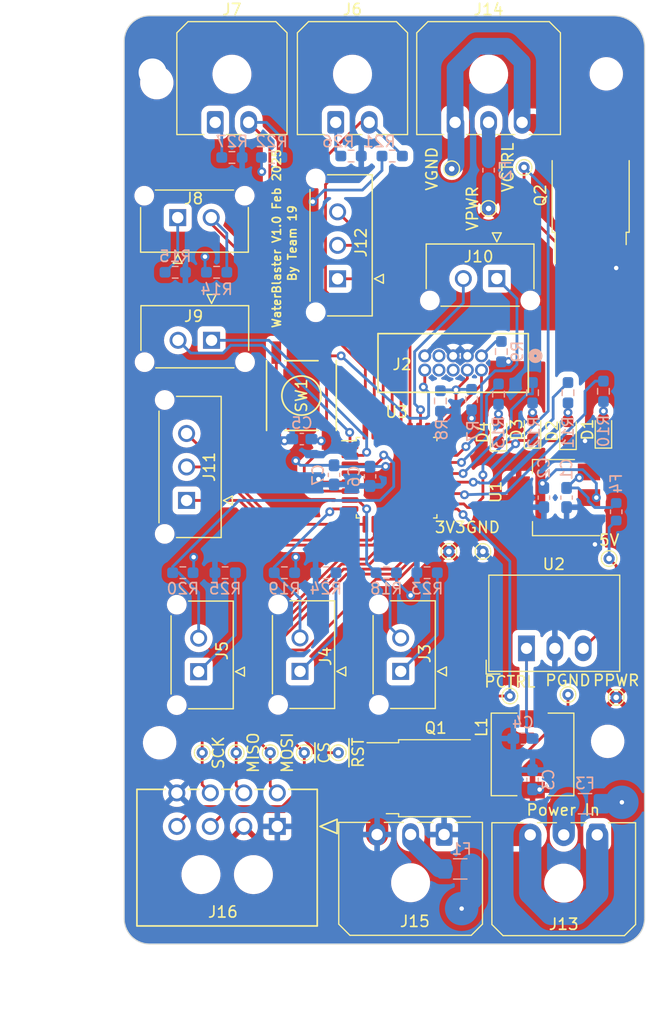
<source format=kicad_pcb>
(kicad_pcb (version 20221018) (generator pcbnew)
  (layers (0 "F.Cu" signal) (31 "B.Cu" signal) (34 "B.Paste" user) (35 "F.Paste" user) (36 "B.SilkS" user "B.Silkscreen") (37 "F.SilkS" user "F.Silkscreen") (38 "B.Mask" user) (39 "F.Mask" user) (44 "Edge.Cuts" user))
  (net 0 "")
  (net 1 "+5V")
  (net 2 "GND")
  (net 3 "+3V3")
  (net 4 "+12V")
  (net 5 "Net-(U2-IN)")
  (net 6 "/MCU/RESET")
  (net 7 "Net-(D1-A)")
  (net 8 "Net-(D2-A)")
  (net 9 "Net-(D3-A)")
  (net 10 "Net-(D4-A)")
  (net 11 "Net-(J15-Pin_2)")
  (net 12 "Net-(J14-Pin_2)")
  (net 13 "Net-(J13-Pin_2)")
  (net 14 "/Display/SCLK")
  (net 15 "/Display/SDI")
  (net 16 "/Display/SDO")
  (net 17 "/Display/{slash}CS")
  (net 18 "/Display/{slash}RESET")
  (net 19 "Net-(J3-Pin_1)")
  (net 20 "/IO/Button1")
  (net 21 "Net-(J4-Pin_1)")
  (net 22 "/IO/Button2")
  (net 23 "Net-(J5-Pin_1)")
  (net 24 "/IO/Button3")
  (net 25 "Net-(J6-Pin_1)")
  (net 26 "/IO/Button4")
  (net 27 "Net-(J7-Pin_1)")
  (net 28 "/IO/Button5")
  (net 29 "Net-(J8-Pin_1)")
  (net 30 "/IO/Button6")
  (net 31 "/MCU/ExtraConn_2_1")
  (net 32 "/MCU/ExtraConn_2_2")
  (net 33 "/MCU/ExtraConn_1_1")
  (net 34 "/MCU/ExtraConn_1_2")
  (net 35 "Net-(J13-Pin_1)")
  (net 36 "Net-(J14-Pin_1)")
  (net 37 "/MCU/PumpControl")
  (net 38 "/MCU/ValveControl")
  (net 39 "Net-(J2-VCC)")
  (net 40 "/IO/LED1")
  (net 41 "/IO/LED2")
  (net 42 "/IO/LED3")
  (net 43 "/IO/LED4")
  (net 44 "/MCU/ExtraConn_3_1")
  (net 45 "/MCU/ExtraConn_3_2")
  (net 46 "/MCU/ExtraConn_3_3")
  (net 47 "/MCU/ExtraConn_4_1")
  (net 48 "/MCU/ExtraConn_4_2")
  (net 49 "/MCU/ExtraConn_4_3")
  (net 50 "/MCU/SWCLK")
  (net 51 "/MCU/SWDIO")
  (footprint "TestPoint:TestPoint_THTPad_D1.0mm_Drill0.5mm" (layer "F.Cu") (at 109.474 121.158 -90)
    (fp_text reference "MOSI")
    (fp_text value "MOSI")
  )
  (footprint "Connector_Molex:Molex_Micro-Fit_3.0_43650-0300_1x03_P3.00mm_Horizontal" (layer "F.Cu") (at 126.032 64.676)
    (fp_text reference "J14")
    (fp_text value "Conn_01x03")
  )
  (footprint "TestPoint:TestPoint_THTPad_D1.0mm_Drill0.5mm" (layer "F.Cu") (at 115.57 121.158 -90)
    (fp_text reference "~{RST}")
    (fp_text value "~{RESET}")
  )
  (footprint "WaterBlaster:MOLEX_436500227" (layer "F.Cu") (at 101.188 73.207 180)
    (fp_text reference "J8")
    (fp_text value "Conn_01x02")
  )
  (footprint "WaterBlaster:MOLEX_436500227" (layer "F.Cu") (at 103.063 113.895 -90)
    (fp_text reference "J5")
    (fp_text value "Conn_01x02")
  )
  (footprint "WaterBlaster:MOLEX_436500317" (layer "F.Cu") (at 115.509 78.692 -90)
    (fp_text reference "J12")
    (fp_text value "Conn_01x03")
  )
  (footprint "TestPoint:TestPoint_THTPad_D1.0mm_Drill0.5mm" (layer "F.Cu") (at 128.524 103.124)
    (fp_text reference "GND")
    (fp_text value "GND")
  )
  (footprint "Connector_Molex:Molex_Micro-Fit_3.0_43650-0200_1x02_P3.00mm_Horizontal" (layer "F.Cu") (at 115.34 64.676)
    (fp_text reference "J6")
    (fp_text value "Conn_01x02")
  )
  (footprint "Package_TO_SOT_SMD:TO-252-2" (layer "F.Cu") (at 124.284 123.444)
    (fp_text reference "Q1")
    (fp_text value "353-MCU60N02-TPCT-ND")
  )
  (footprint "Converter_DCDC:Converter_DCDC_RECOM_R-78E-0.5_THT" (layer "F.Cu") (at 132.427 111.8085)
    (fp_text reference "U2")
    (fp_text value "R-78E5.0-0.5")
  )
  (footprint "WaterBlaster:PTS645SL43SMTR92LFS_CNK" (layer "F.Cu") (at 112.268 89.154 90)
    (fp_text reference "SW1")
    (fp_text value "SW_Push")
  )
  (footprint "Package_TO_SOT_SMD:TO-252-2" (layer "F.Cu") (at 138.175 71.213 90)
    (fp_text reference "Q2")
    (fp_text value "353-MCU60N02-TPCT-ND")
  )
  (footprint "TestPoint:TestPoint_THTPad_D1.0mm_Drill0.5mm" (layer "F.Cu") (at 139.827 103.759 180)
    (fp_text reference "5V")
    (fp_text value "5v Protected")
  )
  (footprint "WaterBlaster:MOLEX_436500227" (layer "F.Cu") (at 112.141 113.871 -90)
    (fp_text reference "J4")
    (fp_text value "Conn_01x02")
  )
  (footprint "TestPoint:TestPoint_THTPad_D1.0mm_Drill0.5mm" (layer "F.Cu") (at 130.937 116.078 90)
    (fp_text reference "PCTRL")
    (fp_text value "PumpControl")
  )
  (footprint "TestPoint:TestPoint_THTPad_D1.0mm_Drill0.5mm" (layer "F.Cu") (at 103.378 121.158 -90)
    (fp_text reference "SCK")
    (fp_text value "SCK")
  )
  (footprint "WaterBlaster:MOLEX_436500317" (layer "F.Cu") (at 101.981 98.552 -90)
    (fp_text reference "J11")
    (fp_text value "Conn_01x03")
  )
  (footprint "TestPoint:TestPoint_THTPad_D1.0mm_Drill0.5mm" (layer "F.Cu") (at 125.73 68.834 90)
    (fp_text reference "VGND")
    (fp_text value "ValveGND")
  )
  (footprint "WaterBlaster:CONN_3220-10-0100-00_CNC" (layer "F.Cu") (at 128.397 85.598 180)
    (fp_text reference "J2")
    (fp_text value "JTAG_Header")
  )
  (footprint "Connector_Molex:Molex_Micro-Fit_3.0_43650-0300_1x03_P3.00mm_Horizontal" (layer "F.Cu") (at 125.047 128.491 180)
    (fp_text reference "J15")
    (fp_text value "Conn_01x03")
  )
  (footprint "WaterBlaster:MOLEX_436500227" (layer "F.Cu") (at 121.158 113.871 -90)
    (fp_text reference "J3")
    (fp_text value "Conn_01x02")
  )
  (footprint "Inductor_SMD:L_7.3x7.3_H3.5" (layer "F.Cu") (at 132.969 121.31 90)
    (fp_text reference "L1")
    (fp_text value "12uH")
  )
  (footprint "Connector_Molex:Molex_Micro-Fit_3.0_43650-0200_1x02_P3.00mm_Horizontal" (layer "F.Cu") (at 104.545 64.676)
    (fp_text reference "J7")
    (fp_text value "Conn_01x02")
  )
  (footprint "WaterBlaster:CON_430450800_MOL" (layer "F.Cu") (at 110.109 127.762)
    (fp_text reference "J16")
    (fp_text value "430450800")
  )
  (footprint "TestPoint:TestPoint_THTPad_D1.0mm_Drill0.5mm" (layer "F.Cu") (at 136.144 115.951 180)
    (fp_text reference "PGND")
    (fp_text value "PumpGND")
  )
  (footprint "TestPoint:TestPoint_THTPad_D1.0mm_Drill0.5mm" (layer "F.Cu") (at 125.476 103.124)
    (fp_text reference "3V3")
    (fp_text value "3V3")
  )
  (footprint "Connector_Molex:Molex_Micro-Fit_3.0_43650-0300_1x03_P3.00mm_Horizontal" (layer "F.Cu") (at 138.763 128.522 180)
    (fp_text reference "J13")
    (fp_text value "Conn_01x03")
  )
  (footprint "WaterBlaster:MOLEX_436500227" (layer "F.Cu") (at 129.77 78.674)
    (fp_text reference "J10")
    (fp_text value "Conn_01x02")
  )
  (footprint "TestPoint:TestPoint_THTPad_D1.0mm_Drill0.5mm" (layer "F.Cu") (at 140.462 116.205)
    (fp_text reference "PPWR")
    (fp_text value "PumpPWR")
  )
  (footprint "Package_TO_SOT_SMD:SOT-223-3_TabPin2" (layer "F.Cu") (at 134.874 98.298 180)
    (fp_text reference "U1")
    (fp_text value "AZ1117EH-3.3TRG1")
  )
  (footprint "LED_SMD:LED_0603_1608Metric_Pad1.05x0.95mm_HandSolder" (layer "F.Cu") (at 136.144 92.329 90)
    (fp_text reference "D2")
    (fp_text value "RED LED")
  )
  (footprint "TestPoint:TestPoint_THTPad_D1.0mm_Drill0.5mm" (layer "F.Cu") (at 132.207 68.707 90)
    (fp_text reference "VCTRL")
    (fp_text value "ValveControl")
  )
  (footprint "TestPoint:TestPoint_THTPad_D1.0mm_Drill0.5mm" (layer "F.Cu") (at 106.426 121.158 -90)
    (fp_text reference "MISO")
    (fp_text value "MISO")
  )
  (footprint "TestPoint:TestPoint_THTPad_D1.0mm_Drill0.5mm" (layer "F.Cu") (at 129.032 72.39 90)
    (fp_text reference "VPWR")
    (fp_text value "ValvePWR")
  )
  (footprint "MountingHole:MountingHole_2.5mm" (layer "F.Cu") (at 139.7 120.142)
    (fp_text reference "H4" hide)
    (fp_text value "MountingHole")
  )
  (footprint "LED_SMD:LED_0603_1608Metric_Pad1.05x0.95mm_HandSolder" (layer "F.Cu") (at 129.921 92.456 90)
    (fp_text reference "D4")
    (fp_text value "GREEN LED")
  )
  (footprint "LED_SMD:LED_0603_1608Metric_Pad1.05x0.95mm_HandSolder" (layer "F.Cu") (at 132.969 92.202 90)
    (fp_text reference "D3")
    (fp_text value "YELLOW LED")
  )
  (footprint "Package_QFP:LQFP-32_7x7mm_P0.8mm" (layer "F.Cu") (at 120.793 96.514)
    (fp_text reference "U3")
    (fp_text value "STM32G070KBT6")
  )
  (footprint "WaterBlaster:MOLEX_436500227" (layer "F.Cu") (at 104.219 84.201)
    (fp_text reference "J9")
    (fp_text value "WaterBlaster:MOLEX_436500227")
  )
  (footprint "LED_SMD:LED_0603_1608Metric_Pad1.05x0.95mm_HandSolder" (layer "F.Cu") (at 139.319 92.202 90)
    (fp_text reference "D1")
    (fp_text value "BLUE LED")
  )
  (footprint "TestPoint:TestPoint_THTPad_D1.0mm_Drill0.5mm" (layer "F.Cu") (at 112.524 121.158 -90)
    (fp_text reference "~{CS}")
    (fp_text value "~{CS}")
  )
  (footprint "Fuse:Fuse_1206_3216Metric" (layer "B.Cu") (at 126.492 131.572)
    (fp_text reference "F1")
    (fp_text value "10A")
  )
  (footprint "MountingHole:MountingHole_2.5mm" (layer "B.Cu") (at 98.933 60.198 180)
    (fp_text reference "H1" hide)
    (fp_text value "MountingHole")
  )
  (footprint "Resistor_SMD:R_0603_1608Metric_Pad0.98x0.95mm_HandSolder" (layer "B.Cu") (at 132.969 88.9 -90)
    (fp_text reference "R12")
    (fp_text value "1k")
  )
  (footprint "Resistor_SMD:R_0603_1608Metric_Pad0.98x0.95mm_HandSolder" (layer "B.Cu") (at 106.045 67.818 180)
    (fp_text reference "R27")
    (fp_text value "1k")
  )
  (footprint "Resistor_SMD:R_0603_1608Metric_Pad0.98x0.95mm_HandSolder" (layer "B.Cu") (at 130.175 85.217 90)
    (fp_text reference "R9")
    (fp_text value "0 ")
  )
  (footprint "Resistor_SMD:R_0603_1608Metric_Pad0.98x0.95mm_HandSolder" (layer "B.Cu") (at 123.524 105.029)
    (fp_text reference "R23")
    (fp_text value "1k")
  )
  (footprint "Resistor_SMD:R_0603_1608Metric_Pad0.98x0.95mm_HandSolder" (layer "B.Cu") (at 100.965 78.105 180)
    (fp_text reference "R15")
    (fp_text value "1k")
  )
  (footprint "Resistor_SMD:R_0603_1608Metric_Pad0.98x0.95mm_HandSolder" (layer "B.Cu") (at 124.714 89.6385 90)
    (fp_text reference "R8")
    (fp_text value "R")
  )
  (footprint "Capacitor_SMD:C_0603_1608Metric_Pad1.08x0.95mm_HandSolder" (layer "B.Cu") (at 132.969 123.571 90)
    (fp_text reference "C3")
    (fp_text value "10uF")
  )
  (footprint "MountingHole:MountingHole_2.5mm" (layer "B.Cu") (at 99.568 120.269 180)
    (fp_text reference "H3" hide)
    (fp_text value "MountingHole")
  )
  (footprint "Resistor_SMD:R_0603_1608Metric_Pad0.98x0.95mm_HandSolder" (layer "B.Cu") (at 110.744 105.029)
    (fp_text reference "R19")
    (fp_text value "10k")
  )
  (footprint "Capacitor_SMD:C_0603_1608Metric_Pad1.08x0.95mm_HandSolder" (layer "B.Cu") (at 132.1065 119.888 180)
    (fp_text reference "C4")
    (fp_text value "4.7uF")
  )
  (footprint "Resistor_SMD:R_0603_1608Metric_Pad0.98x0.95mm_HandSolder" (layer "B.Cu") (at 109.601 67.818 180)
    (fp_text reference "R22")
    (fp_text value "10k")
  )
  (footprint "Resistor_SMD:R_0603_1608Metric_Pad0.98x0.95mm_HandSolder" (layer "B.Cu") (at 136.144 88.9 -90)
    (fp_text reference "R11")
    (fp_text value "1k")
  )
  (footprint "Fuse:Fuse_0603_1608Metric" (layer "B.Cu") (at 129.032 68.961 90)
    (fp_text reference "F2")
    (fp_text value "1.2A")
  )
  (footprint "Resistor_SMD:R_0603_1608Metric_Pad0.98x0.95mm_HandSolder" (layer "B.Cu") (at 104.6715 78.105 180)
    (fp_text reference "R14")
    (fp_text value "10k")
  )
  (footprint "Resistor_SMD:R_0603_1608Metric_Pad0.98x0.95mm_HandSolder" (layer "B.Cu") (at 114.4505 105.029)
    (fp_text reference "R24")
    (fp_text value "1k")
  )
  (footprint "Resistor_SMD:R_0603_1608Metric_Pad0.98x0.95mm_HandSolder" (layer "B.Cu") (at 101.647 105.029)
    (fp_text reference "R20")
    (fp_text value "10k")
  )
  (footprint "Resistor_SMD:R_0603_1608Metric_Pad0.98x0.95mm_HandSolder" (layer "B.Cu") (at 139.319 88.773 -90)
    (fp_text reference "R10")
    (fp_text value "1k")
  )
  (footprint "MountingHole:MountingHole_2.5mm" (layer "B.Cu") (at 139.573 60.325 180)
    (fp_text reference "H2" hide)
    (fp_text value "MountingHole")
  )
  (footprint "Capacitor_SMD:C_0603_1608Metric_Pad1.08x0.95mm_HandSolder" (layer "B.Cu") (at 118.41425 96.393 -90)
    (fp_text reference "C6")
    (fp_text value "100nF")
  )
  (footprint "Capacitor_SMD:C_0603_1608Metric_Pad1.08x0.95mm_HandSolder" (layer "B.Cu") (at 133.985 98.298 -90)
    (fp_text reference "C2")
    (fp_text value "1.0uF")
  )
  (footprint "Capacitor_SMD:C_0603_1608Metric_Pad1.08x0.95mm_HandSolder" (layer "B.Cu") (at 112.303999 93.0529 180)
    (fp_text reference "C5")
    (fp_text value ".1UF")
  )
  (footprint "Capacitor_SMD:C_0603_1608Metric_Pad1.08x0.95mm_HandSolder" (layer "B.Cu") (at 115.189 96.266 -90)
    (fp_text reference "C7")
    (fp_text value "4.7uF")
  )
  (footprint "Resistor_SMD:R_0603_1608Metric_Pad0.98x0.95mm_HandSolder" (layer "B.Cu") (at 116.713 67.691 180)
    (fp_text reference "R26")
    (fp_text value "1k")
  )
  (footprint "Resistor_SMD:R_0603_1608Metric_Pad0.98x0.95mm_HandSolder" (layer "B.Cu") (at 120.396 67.691 180)
    (fp_text reference "R21")
    (fp_text value "10k")
  )
  (footprint "Fuse:Fuse_1206_3216Metric_Pad1.42x1.75mm_HandSolder" (layer "B.Cu") (at 137.668 125.73 180)
    (fp_text reference "F3")
    (fp_text value "6A")
  )
  (footprint "Resistor_SMD:R_0603_1608Metric_Pad0.98x0.95mm_HandSolder" (layer "B.Cu") (at 129.921 89.027 -90)
    (fp_text reference "R13")
    (fp_text value "1k")
  )
  (footprint "Resistor_SMD:R_0603_1608Metric_Pad0.98x0.95mm_HandSolder" (layer "B.Cu") (at 127.508 89.5115 90)
    (fp_text reference "R7")
    (fp_text value "R")
  )
  (footprint "Capacitor_SMD:C_0603_1608Metric_Pad1.08x0.95mm_HandSolder" (layer "B.Cu") (at 136.017 98.298 -90)
    (fp_text reference "C1")
    (fp_text value "1.0uF")
  )
  (footprint "Resistor_SMD:R_0603_1608Metric_Pad0.98x0.95mm_HandSolder" (layer "B.Cu") (at 119.8645 105.029)
    (fp_text reference "R18")
    (fp_text value "10k")
  )
  (footprint "Resistor_SMD:R_0603_1608Metric_Pad0.98x0.95mm_HandSolder" (layer "B.Cu") (at 105.4335 105.029)
    (fp_text reference "R25")
    (fp_text value "1k")
  )
  (footprint "Fuse:Fuse_0603_1608Metric" (layer "B.Cu") (at 140.462 99.568 90)
    (fp_text reference "F4")
    (fp_text value "Fuse")
  )
  (gr_arc (start 143.002 136.017) (mid 142.332446 137.633446) (end 140.716 138.303) (stroke (width 0.1)) (layer "Edge.Cuts"))
  (gr_line (start 143.002 57.912) (end 143.002 136.017) (stroke (width 0.1)) (layer "Edge.Cuts"))
  (gr_line (start 140.716 138.303) (end 98.679 138.303) (stroke (width 0.1)) (layer "Edge.Cuts"))
  (gr_line (start 98.679 55.118) (end 140.208 55.118) (stroke (width 0.1)) (layer "Edge.Cuts"))
  (gr_arc (start 140.208 55.118) (mid 142.183656 55.936344) (end 143.002 57.912) (stroke (width 0.1)) (layer "Edge.Cuts"))
  (gr_line (start 96.393 136.017) (end 96.393 57.404) (stroke (width 0.1)) (layer "Edge.Cuts"))
  (gr_arc (start 98.679 138.303) (mid 97.062554 137.633446) (end 96.393 136.017) (stroke (width 0.1)) (layer "Edge.Cuts"))
  (gr_arc (start 96.393 57.404) (mid 97.062554 55.787554) (end 98.679 55.118) (stroke (width 0.1)) (layer "Edge.Cuts"))
  (gr_text "WaterBlaster V1.0 Feb 2025" (at 110.49 83.185 90) (layer "F.SilkS") (effects (font (size 0.75 0.75)) (justify left bottom)))
  (gr_text "By Team 19\n" (at 111.887 78.994 90) (layer "F.SilkS") (effects (font (size 0.75 0.75)) (justify left bottom)))
  (gr_text "Power In\n" (at 132.334 126.873) (layer "F.SilkS") (effects (font (size 1 1)) (justify left bottom)))
  (segment (start 139.827 103.759) (end 140.462 104.394) (width 0.25) (layer "F.Cu") (net 1))
  (segment (start 140.462 104.394) (end 140.462 108.8535) (width 0.25) (layer "F.Cu") (net 1))
  (segment (start 140.462 108.8535) (end 137.507 111.8085) (width 0.25) (layer "F.Cu") (net 1))
  (via (at 137.16 96.52) (size 0.8) (drill 0.4) (layers "F.Cu" "B.Cu") (net 1))
  (segment (start 140.0555 99.187) (end 138.547695 99.187) (width 0.25) (layer "B.Cu") (net 1))
  (segment (start 137.16 96.52) (end 136.9325 96.52) (width 0.25) (layer "B.Cu") (net 1))
  (segment (start 139.827 103.759) (end 139.827 100.9905) (width 0.25) (layer "B.Cu") (net 1))
  (segment (start 139.827 100.9905) (end 140.462 100.3555) (width 0.25) (layer "B.Cu") (net 1))
  (segment (start 137.0595 97.4355) (end 136.017 97.4355) (width 0.25) (layer "B.Cu") (net 1))
  (segment (start 137.959 98.598305) (end 137.959 98.335) (width 0.25) (layer "B.Cu") (net 1))
  (segment (start 140.462 98.7805) (end 140.0555 99.187) (width 0.25) (layer "B.Cu") (net 1))
  (segment (start 136.9325 96.52) (end 136.017 97.4355) (width 0.25) (layer "B.Cu") (net 1))
  (segment (start 140.7415 98.7805) (end 140.462 98.7805) (width 0.25) (layer "B.Cu") (net 1))
  (segment (start 137.959 98.335) (end 137.0595 97.4355) (width 0.25) (layer "B.Cu") (net 1))
  (segment (start 138.547695 99.187) (end 137.959 98.598305) (width 0.25) (layer "B.Cu") (net 1))
  (segment (start 110.017999 93.0021) (end 110.017999 85.3059) (width 0.25) (layer "F.Cu") (net 2))
  (segment (start 133.096 93.204) (end 132.969 93.077) (width 0.25) (layer "F.Cu") (net 2))
  (segment (start 139.319 93.0535) (end 137.8325 93.0535) (width 0.25) (layer "F.Cu") (net 2))
  (segment (start 131.7365 93.1805) (end 131.445 93.472) (width 0.25) (layer "F.Cu") (net 2))
  (segment (start 137.8325 93.0535) (end 137.668 93.218) (width 0.25) (layer "F.Cu") (net 2))
  (segment (start 113.792 96.647) (end 114.059 96.914) (width 0.25) (layer "F.Cu") (net 2))
  (segment (start 114.059 96.914) (end 116.618 96.914) (width 0.25) (layer "F.Cu") (net 2))
  (segment (start 138.557 102.489) (end 138.024 101.956) (width 0.25) (layer "F.Cu") (net 2))
  (segment (start 119.047 128.491) (end 119.047 125.921) (width 2) (layer "F.Cu") (net 2))
  (segment (start 136.144 93.1805) (end 137.6305 93.1805) (width 0.25) (layer "F.Cu") (net 2))
  (segment (start 136.144 93.204) (end 133.096 93.204) (width 0.25) (layer "F.Cu") (net 2))
  (segment (start 138.024 101.956) (end 138.024 100.598) (width 0.25) (layer "F.Cu") (net 2))
  (segment (start 119.047 125.921) (end 119.244 125.724) (width 0.25) (layer "F.Cu") (net 2))
  (segment (start 132.969 93.1805) (end 131.7365 93.1805) (width 0.25) (layer "F.Cu") (net 2))
  (segment (start 129.921 93.3075) (end 131.2805 93.3075) (width 0.25) (layer "F.Cu") (net 2))
  (segment (start 137.6305 93.1805) (end 137.668 93.218) (width 0.25) (layer "F.Cu") (net 2))
  (segment (start 131.2805 93.3075) (end 131.445 93.472) (width 0.25) (layer "F.Cu") (net 2))
  (via (at 140.462 77.724) (size 2) (drill 0.4) (layers "F.Cu" "B.Cu") (net 2))
  (via (at 138.557 102.489) (size 0.8) (drill 0.4) (layers "F.Cu" "B.Cu") (net 2))
  (via (at 131.445 93.472) (size 0.8) (drill 0.4) (layers "F.Cu" "B.Cu") (net 2))
  (via (at 110.744 93.218) (size 0.8) (drill 0.4) (layers "F.Cu" "B.Cu") (net 2))
  (via (at 113.792 96.647) (size 0.8) (drill 0.4) (layers "F.Cu" "B.Cu") (net 2))
  (via (at 137.668 93.218) (size 0.8) (drill 0.4) (layers "F.Cu" "B.Cu") (net 2))
  (segment (start 126.238 84.074) (end 124.825197 84.074) (width 0.25) (layer "B.Cu") (net 2))
  (segment (start 123.317 85.582197) (end 123.317 85.598) (width 0.25) (layer "B.Cu") (net 2))
  (segment (start 124.825197 84.074) (end 123.317 85.582197) (width 0.25) (layer "B.Cu") (net 2))
  (segment (start 116.618 96.114) (end 119.20125 96.114) (width 0.25) (layer "F.Cu") (net 3))
  (segment (start 119.20125 96.114) (end 119.81125 95.504) (width 0.25) (layer "F.Cu") (net 3))
  (via (at 130.81 86.106) (size 0.8) (drill 0.4) (layers "F.Cu" "B.Cu") (net 3))
  (via (at 102.616 103.632) (size 0.8) (drill 0.4) (layers "F.Cu" "B.Cu") (net 3))
  (via (at 111.76 103.632) (size 0.8) (drill 0.4) (layers "F.Cu" "B.Cu") (net 3))
  (via (at 127.508 91.186) (size 0.8) (drill 0.4) (layers "F.Cu" "B.Cu") (net 3))
  (via (at 108.712 69.088) (size 0.8) (drill 0.4) (layers "F.Cu" "B.Cu") (net 3))
  (via (at 119.81125 95.504) (size 0.8) (drill 0.4) (layers "F.Cu" "B.Cu") (net 3))
  (via (at 111.76 94.996) (size 0.8) (drill 0.4) (layers "F.Cu" "B.Cu") (net 3))
  (via (at 103.632 76.708) (size 0.8) (drill 0.4) (layers "F.Cu" "B.Cu") (net 3))
  (via (at 113.284 71.7785) (size 0.8) (drill 0.4) (layers "F.Cu" "B.Cu") (net 3))
  (via (at 133.858 97.028) (size 0.8) (drill 0.4) (layers "F.Cu" "B.Cu") (net 3))
  (via (at 138.684 98.298) (size 0.8) (drill 0.4) (layers "F.Cu" "B.Cu") (net 3))
  (via (at 122.047 107.061) (size 0.8) (drill 0.4) (layers "F.Cu" "B.Cu") (net 3))
  (segment (start 138.684 98.298) (end 138.684 97.018695) (width 0.25) (layer "B.Cu") (net 3))
  (segment (start 103.632 76.708) (end 103.632 77.978) (width 0.25) (layer "B.Cu") (net 3))
  (segment (start 102.616 103.632) (end 102.616 104.9725) (width 0.25) (layer "B.Cu") (net 3))
  (segment (start 108.6885 67.818) (end 108.6885 69.0645) (width 0.25) (layer "B.Cu") (net 3))
  (segment (start 102.616 104.9725) (end 102.5595 105.029) (width 0.25) (layer "B.Cu") (net 3))
  (segment (start 111.76 104.9255) (end 111.6565 105.029) (width 0.25) (layer "B.Cu") (net 3))
  (segment (start 112.1675 95.4035) (end 115.189 95.4035) (width 0.25) (layer "B.Cu") (net 3))
  (segment (start 119.4835 67.691) (end 119.4835 68.9845) (width 0.25) (layer "B.Cu") (net 3))
  (segment (start 108.6885 69.0645) (end 108.712 69.088) (width 0.25) (layer "B.Cu") (net 3))
  (segment (start 120.777 105.791) (end 120.777 105.029) (width 0.25) (layer "B.Cu") (net 3))
  (segment (start 138.684 97.018695) (end 137.460305 95.795) (width 0.25) (layer "B.Cu") (net 3))
  (segment (start 122.047 107.061) (end 120.777 105.791) (width 0.25) (layer "B.Cu") (net 3))
  (segment (start 119.38 67.7945) (end 119.4835 67.691) (width 0.25) (layer "B.Cu") (net 3))
  (segment (start 111.76 94.996) (end 112.1675 95.4035) (width 0.25) (layer "B.Cu") (net 3))
  (segment (start 115.189 95.4035) (end 115.316 95.5305) (width 0.25) (layer "B.Cu") (net 3))
  (segment (start 103.632 77.978) (end 103.759 78.105) (width 0.25) (layer "B.Cu") (net 3))
  (segment (start 114.3235 70.739) (end 113.284 71.7785) (width 0.25) (layer "B.Cu") (net 3))
  (segment (start 119.4835 68.9845) (end 117.729 70.739) (width 0.25) (layer "B.Cu") (net 3))
  (segment (start 118.2635 95.25) (end 118.237 95.2765) (width 0.25) (layer "B.Cu") (net 3))
  (segment (start 135.091 95.795) (end 133.858 97.028) (width 0.25) (layer "B.Cu") (net 3))
  (segment (start 117.729 70.739) (end 114.3235 70.739) (width 0.25) (layer "B.Cu") (net 3))
  (segment (start 115.316 95.5305) (end 118.41425 95.5305) (width 0.25) (layer "B.Cu") (net 3))
  (segment (start 137.460305 95.795) (end 135.091 95.795) (width 0.25) (layer "B.Cu") (net 3))
  (segment (start 111.76 103.632) (end 111.76 104.9255) (width 0.25) (layer "B.Cu") (net 3))
  (segment (start 119.81125 95.504) (end 118.44075 95.504) (width 0.25) (layer "B.Cu") (net 3))
  (via (at 140.97 125.603) (size 3) (drill 0.4) (layers "F.Cu" "B.Cu") (net 4))
  (via (at 133.604 124.46) (size 0.8) (drill 0.4) (layers "F.Cu" "B.Cu") (net 4))
  (via (at 126.619 135.128) (size 3) (drill 0.4) (layers "F.Cu" "B.Cu") (net 4))
  (segment (start 126.619 135.128) (end 127.508 134.239) (width 2) (layer "B.Cu") (net 4))
  (segment (start 129.032 72.39) (end 129.032 69.7485) (width 1.2) (layer "B.Cu") (net 4))
  (segment (start 127.508 131.188) (end 127.892 131.572) (width 0.25) (layer "B.Cu") (net 4))
  (segment (start 127.508 134.239) (end 127.508 131.188) (width 2) (layer "B.Cu") (net 4))
  (segment (start 132.427 117.568) (end 132.969 118.11) (width 0.25) (layer "F.Cu") (net 5))
  (segment (start 132.427 111.8085) (end 132.427 117.568) (width 0.25) (layer "F.Cu") (net 5))
  (segment (start 132.427 119.346) (end 132.427 111.8085) (width 0.25) (layer "B.Cu") (net 5))
  (segment (start 132.969 119.888) (end 132.427 119.346) (width 0.25) (layer "B.Cu") (net 5))
  (segment (start 112.522 95.494695) (end 113.491695 94.525) (width 0.25) (layer "F.Cu") (net 6))
  (segment (start 114.810101 85.598) (end 114.518001 85.3059) (width 0.25) (layer "F.Cu") (net 6))
  (segment (start 115.824 85.598) (end 114.810101 85.598) (width 0.25) (layer "F.Cu") (net 6))
  (segment (start 114.518001 85.3059) (end 114.518001 93.0021) (width 0.25) (layer "F.Cu") (net 6))
  (segment (start 114.518001 94.269999) (end 114.046 93.218) (width 0.25) (layer "F.Cu") (net 6))
  (segment (start 114.046 93.218) (end 114.518001 93.0021) (width 0.25) (layer "F.Cu") (net 6))
  (segment (start 114.263 94.525) (end 114.518001 94.269999) (width 0.25) (layer "F.Cu") (net 6))
  (segment (start 113.491695 94.525) (end 114.263 94.525) (width 0.25) (layer "F.Cu") (net 6))
  (segment (start 113.208 97.714) (end 112.522 97.028) (width 0.25) (layer "F.Cu") (net 6))
  (segment (start 116.618 97.714) (end 113.208 97.714) (width 0.25) (layer "F.Cu") (net 6))
  (segment (start 112.522 97.028) (end 112.522 95.494695) (width 0.25) (layer "F.Cu") (net 6))
  (segment (start 123.317 86.868) (end 123.317 88.265) (width 0.25) (layer "F.Cu") (net 6))
  (segment (start 123.317 88.265) (end 123.19 88.392) (width 0.25) (layer "F.Cu") (net 6))
  (via (at 123.19 88.392) (size 0.8) (drill 0.4) (layers "F.Cu" "B.Cu") (net 6))
  (via (at 115.824 85.598) (size 0.8) (drill 0.4) (layers "F.Cu" "B.Cu") (net 6))
  (via (at 114.046 93.218) (size 0.8) (drill 0.4) (layers "F.Cu" "B.Cu") (net 6))
  (segment (start 123.661 88.863) (end 123.661 90.969) (width 0.25) (layer "B.Cu") (net 6))
  (segment (start 123.661 90.969) (end 123.444 91.186) (width 0.25) (layer "B.Cu") (net 6))
  (segment (start 123.444 91.186) (end 121.92 91.186) (width 0.25) (layer "B.Cu") (net 6))
  (segment (start 121.92 91.186) (end 115.824 85.598) (width 0.25) (layer "B.Cu") (net 6))
  (segment (start 123.19 88.392) (end 123.661 88.863) (width 0.25) (layer "B.Cu") (net 6))
  (via (at 139.319 90.551) (size 0.8) (drill 0.4) (layers "F.Cu" "B.Cu") (net 7))
  (segment (start 139.319 90.551) (end 139.319 90.297) (width 0.25) (layer "B.Cu") (net 7))
  (segment (start 139.319 89.6855) (end 139.319 90.551) (width 0.25) (layer "B.Cu") (net 7))
  (via (at 136.144 90.678) (size 0.8) (drill 0.4) (layers "F.Cu" "B.Cu") (net 8))
  (segment (start 136.144 89.8125) (end 136.144 90.678) (width 0.25) (layer "B.Cu") (net 8))
  (via (at 132.969 90.678) (size 0.8) (drill 0.4) (layers "F.Cu" "B.Cu") (net 9))
  (segment (start 132.969 89.8125) (end 132.969 90.678) (width 0.25) (layer "B.Cu") (net 9))
  (segment (start 129.921 90.805) (end 129.921 91.581) (width 0.25) (layer "F.Cu") (net 10))
  (via (at 129.921 90.805) (size 0.8) (drill 0.4) (layers "F.Cu" "B.Cu") (net 10))
  (segment (start 129.921 89.9395) (end 129.921 90.805) (width 0.25) (layer "B.Cu") (net 10))
  (segment (start 125.092 131.572) (end 124.587 131.572) (width 1.5) (layer "B.Cu") (net 11))
  (segment (start 122.047 129.032) (end 122.047 128.491) (width 1.5) (layer "B.Cu") (net 11))
  (segment (start 124.587 131.572) (end 122.047 129.032) (width 1.5) (layer "B.Cu") (net 11))
  (segment (start 129.032 68.1735) (end 129.032 64.676) (width 1.2) (layer "B.Cu") (net 12))
  (segment (start 136.1805 125.73) (end 135.763 126.1475) (width 2) (layer "B.Cu") (net 13))
  (segment (start 135.763 126.1475) (end 135.763 128.522) (width 2) (layer "B.Cu") (net 13))
  (segment (start 118.188 103.808) (end 120.393 101.603) (width 0.25) (layer "F.Cu") (net 14))
  (segment (start 110.575 108.881) (end 110.599356 108.881) (width 0.25) (layer "F.Cu") (net 14))
  (segment (start 103.378 116.078) (end 110.575 108.881) (width 0.25) (layer "F.Cu") (net 14))
  (segment (start 120.393 101.603) (end 120.393 100.689) (width 0.25) (layer "F.Cu") (net 14))
  (segment (start 103.378 121.158) (end 103.378 124.030999) (width 0.25) (layer "F.Cu") (net 14))
  (segment (start 103.378 121.158) (end 103.378 116.078) (width 0.25) (layer "F.Cu") (net 14))
  (segment (start 110.599356 108.881) (end 115.672356 103.808) (width 0.25) (layer "F.Cu") (net 14))
  (segment (start 103.378 124.030999) (end 104.061001 124.714) (width 0.25) (layer "F.Cu") (net 14))
  (segment (start 115.672356 103.808) (end 118.188 103.808) (width 0.25) (layer "F.Cu") (net 14))
  (segment (start 104.061001 124.714) (end 104.284002 124.714) (width 0.25) (layer "F.Cu") (net 14))
  (segment (start 106.876 113.877148) (end 106.876 118.56) (width 0.25) (layer "F.Cu") (net 15))
  (segment (start 110.060999 124.714) (end 110.284 124.714) (width 0.25) (layer "F.Cu") (net 15))
  (segment (start 109.474 121.158) (end 109.474 124.127001) (width 0.25) (layer "F.Cu") (net 15))
  (segment (start 106.876 118.56) (end 109.474 121.158) (width 0.25) (layer "F.Cu") (net 15))
  (segment (start 120.599305 104.708) (end 116.045148 104.708) (width 0.25) (layer "F.Cu") (net 15))
  (segment (start 121.993 100.689) (end 121.993 103.314305) (width 0.25) (layer "F.Cu") (net 15))
  (segment (start 116.045148 104.708) (end 106.876 113.877148) (width 0.25) (layer "F.Cu") (net 15))
  (segment (start 109.474 124.127001) (end 110.060999 124.714) (width 0.25) (layer "F.Cu") (net 15))
  (segment (start 121.993 103.314305) (end 120.599305 104.708) (width 0.25) (layer "F.Cu") (net 15))
  (segment (start 106.426 113.690752) (end 106.426 121.158) (width 0.25) (layer "F.Cu") (net 16))
  (segment (start 121.193 100.689) (end 121.193 101.439396) (width 0.25) (layer "F.Cu") (net 16))
  (segment (start 121.193 101.439396) (end 118.374396 104.258) (width 0.25) (layer "F.Cu") (net 16))
  (segment (start 106.426 124.079) (end 107.061 124.714) (width 0.25) (layer "F.Cu") (net 16))
  (segment (start 115.858752 104.258) (end 106.426 113.690752) (width 0.25) (layer "F.Cu") (net 16))
  (segment (start 107.061 124.714) (end 107.284001 124.714) (width 0.25) (layer "F.Cu") (net 16))
  (segment (start 118.374396 104.258) (end 115.858752 104.258) (width 0.25) (layer "F.Cu") (net 16))
  (segment (start 106.426 121.158) (end 106.426 124.079) (width 0.25) (layer "F.Cu") (net 16))
  (segment (start 101.284003 127.451498) (end 101.284003 127.713999) (width 0.25) (layer "F.Cu") (net 17))
  (segment (start 108.586396 119.634) (end 111 119.634) (width 0.25) (layer "F.Cu") (net 17))
  (segment (start 122.793 100.689) (end 122.793 103.150701) (width 0.25) (layer "F.Cu") (net 17))
  (segment (start 112.524 124.008422) (end 110.548422 125.984) (width 0.25) (layer "F.Cu") (net 17))
  (segment (start 112.524 121.158) (end 112.524 124.008422) (width 0.25) (layer "F.Cu") (net 17))
  (segment (start 122.793 103.150701) (end 120.785701 105.158) (width 0.25) (layer "F.Cu") (net 17))
  (segment (start 102.751501 125.984) (end 101.284003 127.451498) (width 0.25) (layer "F.Cu") (net 17))
  (segment (start 120.785701 105.158) (end 116.319578 105.158) (width 0.25) (layer "F.Cu") (net 17))
  (segment (start 111 119.634) (end 112.524 121.158) (width 0.25) (layer "F.Cu") (net 17))
  (segment (start 116.319578 105.158) (end 107.326 114.151578) (width 0.25) (layer "F.Cu") (net 17))
  (segment (start 107.326 118.373604) (end 108.586396 119.634) (width 0.25) (layer "F.Cu") (net 17))
  (segment (start 110.548422 125.984) (end 102.751501 125.984) (width 0.25) (layer "F.Cu") (net 17))
  (segment (start 107.326 114.151578) (end 107.326 118.373604) (width 0.25) (layer "F.Cu") (net 17))
  (segment (start 109.296356 119.184) (end 108.286356 118.174) (width 0.25) (layer "F.Cu") (net 18))
  (segment (start 123.593 102.987097) (end 123.593 100.689) (width 0.25) (layer "F.Cu") (net 18))
  (segment (start 112.974 124.194818) (end 112.974 122.738) (width 0.25) (layer "F.Cu") (net 18))
  (segment (start 110.157974 111.956) (end 112.590422 111.956) (width 0.25) (layer "F.Cu") (net 18))
  (segment (start 118.938422 105.608) (end 120.972097 105.608) (width 0.25) (layer "F.Cu") (net 18))
  (segment (start 108.286356 113.827618) (end 110.157974 111.956) (width 0.25) (layer "F.Cu") (net 18))
  (segment (start 108.286356 118.174) (end 108.286356 113.827618) (width 0.25) (layer "F.Cu") (net 18))
  (segment (start 104.284002 127.713999) (end 104.284002 127.587) (width 0.25) (layer "F.Cu") (net 18))
  (segment (start 114.808 121.158) (end 113.349 121.158) (width 0.25) (layer "F.Cu") (net 18))
  (segment (start 114.808 121.158) (end 115.57 121.158) (width 0.25) (layer "F.Cu") (net 18))
  (segment (start 113.349 120.816273) (end 111.716727 119.184) (width 0.25) (layer "F.Cu") (net 18))
  (segment (start 110.734818 126.434) (end 112.974 124.194818) (width 0.25) (layer "F.Cu") (net 18))
  (segment (start 114.554 121.158) (end 114.808 121.158) (width 0.25) (layer "F.Cu") (net 18))
  (segment (start 105.437002 126.434) (end 110.734818 126.434) (width 0.25) (layer "F.Cu") (net 18))
  (segment (start 112.590422 111.956) (end 118.938422 105.608) (width 0.25) (layer "F.Cu") (net 18))
  (segment (start 104.284002 127.587) (end 105.437002 126.434) (width 0.25) (layer "F.Cu") (net 18))
  (segment (start 120.972097 105.608) (end 123.593 102.987097) (width 0.25) (layer "F.Cu") (net 18))
  (segment (start 111.716727 119.184) (end 109.296356 119.184) (width 0.25) (layer "F.Cu") (net 18))
  (segment (start 112.974 122.738) (end 114.554 121.158) (width 0.25) (layer "F.Cu") (net 18))
  (segment (start 113.349 121.158) (end 113.349 120.816273) (width 0.25) (layer "F.Cu") (net 18))
  (segment (start 124.4365 105.029) (end 124.4365 110.5925) (width 0.25) (layer "B.Cu") (net 19))
  (segment (start 124.4365 110.5925) (end 121.158 113.871) (width 0.25) (layer "B.Cu") (net 19))
  (segment (start 118.11 99.314) (end 117.31 98.514) (width 0.25) (layer "F.Cu") (net 20))
  (segment (start 117.31 98.514) (end 116.618 98.514) (width 0.25) (layer "F.Cu") (net 20))
  (via (at 118.11 99.314) (size 0.8) (drill 0.4) (layers "F.Cu" "B.Cu") (net 20))
  (segment (start 118.952 105.029) (end 118.11 104.187) (width 0.25) (layer "B.Cu") (net 20))
  (segment (start 118.11 99.314) (end 118.11 99.568) (width 0.25) (layer "B.Cu") (net 20))
  (segment (start 120.208 106.285) (end 120.208 109.921) (width 0.25) (layer "B.Cu") (net 20))
  (segment (start 118.952 105.029) (end 120.208 106.285) (width 0.25) (layer "B.Cu") (net 20))
  (segment (start 120.208 109.921) (end 121.158 110.871) (width 0.25) (layer "B.Cu") (net 20))
  (segment (start 118.11 104.187) (end 118.11 99.314) (width 0.25) (layer "B.Cu") (net 20))
  (segment (start 115.363 105.029) (end 115.363 110.649) (width 0.25) (layer "B.Cu") (net 21))
  (segment (start 115.363 110.649) (end 112.141 113.871) (width 0.25) (layer "B.Cu") (net 21))
  (segment (start 115.363 105.029) (end 115.316 105.076) (width 0.25) (layer "B.Cu") (net 21))
  (segment (start 115.062 99.314) (end 114.808 99.568) (width 0.25) (layer "F.Cu") (net 22))
  (segment (start 116.618 99.314) (end 115.062 99.314) (width 0.25) (layer "F.Cu") (net 22))
  (via (at 114.808 99.568) (size 0.8) (drill 0.4) (layers "F.Cu" "B.Cu") (net 22))
  (segment (start 112.141 107.3385) (end 109.8315 105.029) (width 0.25) (layer "B.Cu") (net 22))
  (segment (start 109.8315 104.535195) (end 114.798695 99.568) (width 0.25) (layer "B.Cu") (net 22))
  (segment (start 109.8315 105.029) (end 109.8315 104.535195) (width 0.25) (layer "B.Cu") (net 22))
  (segment (start 114.798695 99.568) (end 114.808 99.568) (width 0.25) (layer "B.Cu") (net 22))
  (segment (start 112.141 110.871) (end 112.141 107.3385) (width 0.25) (layer "B.Cu") (net 22))
  (segment (start 106.346 105.029) (end 106.346 110.612) (width 0.25) (layer "B.Cu") (net 23))
  (segment (start 106.346 110.612) (end 103.063 113.895) (width 0.25) (layer "B.Cu") (net 23))
  (segment (start 118.975945 95.314) (end 119.634 94.655945) (width 0.25) (layer "F.Cu") (net 24))
  (segment (start 119.634 94.655945) (end 119.634 94.488) (width 0.25) (layer "F.Cu") (net 24))
  (segment (start 116.618 95.314) (end 118.975945 95.314) (width 0.25) (layer "F.Cu") (net 24))
  (via (at 119.634 94.488) (size 0.8) (drill 0.4) (layers "F.Cu" "B.Cu") (net 24))
  (segment (start 119.820555 94.488) (end 120.53625 95.203695) (width 0.25) (layer "B.Cu") (net 24))
  (segment (start 120.53625 95.203695) (end 120.53625 97.312122) (width 0.25) (layer "B.Cu") (net 24))
  (segment (start 119.296372 98.552) (end 106.670695 98.552) (width 0.25) (layer "B.Cu") (net 24))
  (segment (start 120.53625 97.312122) (end 119.296372 98.552) (width 0.25) (layer "B.Cu") (net 24))
  (segment (start 103.063 110.895) (end 103.063 106.815495) (width 0.25) (layer "B.Cu") (net 24))
  (segment (start 106.670695 98.552) (end 100.7345 104.488195) (width 0.25) (layer "B.Cu") (net 24))
  (segment (start 119.634 94.488) (end 119.820555 94.488) (width 0.25) (layer "B.Cu") (net 24))
  (segment (start 101.276505 105.029) (end 100.7345 105.029) (width 0.25) (layer "B.Cu") (net 24))
  (segment (start 100.7345 104.488195) (end 100.7345 105.029) (width 0.25) (layer "B.Cu") (net 24))
  (segment (start 103.063 106.815495) (end 101.276505 105.029) (width 0.25) (layer "B.Cu") (net 24))
  (segment (start 115.34 64.676) (end 115.34 67.2305) (width 0.25) (layer "B.Cu") (net 25))
  (segment (start 115.34 67.2305) (end 115.8005 67.691) (width 0.25) (layer "B.Cu") (net 25))
  (segment (start 117.569 64.676) (end 118.34 64.676) (width 0.25) (layer "F.Cu") (net 26))
  (segment (start 114.424 79.777) (end 114.424 70.245356) (width 0.25) (layer "F.Cu") (net 26))
  (segment (start 119.593 92.339) (end 119.593 84.946) (width 0.25) (layer "F.Cu") (net 26))
  (segment (start 114.559 70.110356) (end 114.559 67.686) (width 0.25) (layer "F.Cu") (net 26))
  (segment (start 114.559 67.686) (end 117.569 64.676) (width 0.25) (layer "F.Cu") (net 26))
  (segment (start 114.424 70.245356) (end 114.559 70.110356) (width 0.25) (layer "F.Cu") (net 26))
  (segment (start 119.593 84.946) (end 114.424 79.777) (width 0.25) (layer "F.Cu") (net 26))
  (segment (start 121.3085 67.6445) (end 118.34 64.676) (width 0.25) (layer "B.Cu") (net 26))
  (segment (start 121.3085 67.691) (end 121.3085 67.6445) (width 0.25) (layer "B.Cu") (net 26))
  (segment (start 104.545 64.676) (end 105.1325 65.2635) (width 0.25) (layer "B.Cu") (net 27))
  (segment (start 105.1325 65.2635) (end 105.1325 67.818) (width 0.25) (layer "B.Cu") (net 27))
  (segment (start 109.437 66.568) (end 107.545 64.676) (width 0.25) (layer "F.Cu") (net 28))
  (segment (start 118.793 92.339) (end 118.793 85.507644) (width 0.25) (layer "F.Cu") (net 28))
  (segment (start 109.437 76.151644) (end 109.437 66.568) (width 0.25) (layer "F.Cu") (net 28))
  (segment (start 118.793 85.507644) (end 109.437 76.151644) (width 0.25) (layer "F.Cu") (net 28))
  (segment (start 110.49 67.7945) (end 110.49 66.04) (width 0.25) (layer "B.Cu") (net 28))
  (segment (start 110.49 66.04) (end 109.126 64.676) (width 0.25) (layer "B.Cu") (net 28))
  (segment (start 110.5135 67.818) (end 110.49 67.7945) (width 0.25) (layer "B.Cu") (net 28))
  (segment (start 109.126 64.676) (end 107.545 64.676) (width 0.25) (layer "B.Cu") (net 28))
  (segment (start 101.188 76.9695) (end 101.188 73.207) (width 0.25) (layer "B.Cu") (net 29))
  (segment (start 100.0525 78.105) (end 101.188 76.9695) (width 0.25) (layer "B.Cu") (net 29))
  (segment (start 117.993 86.727644) (end 113.967356 82.702) (width 0.25) (layer "F.Cu") (net 30))
  (segment (start 113.967356 82.702) (end 113.130644 82.702) (width 0.25) (layer "F.Cu") (net 30))
  (segment (start 113.130644 82.702) (end 104.188 73.759356) (width 0.25) (layer "F.Cu") (net 30))
  (segment (start 117.993 92.339) (end 117.993 86.727644) (width 0.25) (layer "F.Cu") (net 30))
  (segment (start 104.188 73.759356) (end 104.188 73.207) (width 0.25) (layer "F.Cu") (net 30))
  (segment (start 105.584 74.603) (end 104.188 73.207) (width 0.25) (layer "B.Cu") (net 30))
  (segment (start 105.584 78.105) (end 105.584 74.603) (width 0.25) (layer "B.Cu") (net 30))
  (segment (start 116.618 93.714) (end 116.618 92.488) (width 0.25) (layer "F.Cu") (net 31))
  (segment (start 116.618 92.488) (end 116.586 92.456) (width 0.25) (layer "F.Cu") (net 31))
  (via (at 116.586 92.456) (size 0.8) (drill 0.4) (layers "F.Cu" "B.Cu") (net 31))
  (segment (start 102.362 85.344) (end 101.219 84.201) (width 0.25) (layer "B.Cu") (net 31))
  (segment (start 105.246 85.344) (end 102.362 85.344) (width 0.25) (layer "B.Cu") (net 31))
  (segment (start 105.939 84.651) (end 105.246 85.344) (width 0.25) (layer "B.Cu") (net 31))
  (segment (start 108.781 84.651) (end 105.939 84.651) (width 0.25) (layer "B.Cu") (net 31))
  (segment (start 116.586 92.456) (end 108.781 84.651) (width 0.25) (layer "B.Cu") (net 31))
  (segment (start 116.618 94.514) (end 117.83 94.514) (width 0.25) (layer "F.Cu") (net 32))
  (segment (start 117.83 94.514) (end 118.11 94.234) (width 0.25) (layer "F.Cu") (net 32))
  (via (at 118.11 94.234) (size 0.8) (drill 0.4) (layers "F.Cu" "B.Cu") (net 32))
  (segment (start 118.11 94.234) (end 118.11 92.954695) (width 0.25) (layer "B.Cu") (net 32))
  (segment (start 109.356305 84.201) (end 104.219 84.201) (width 0.25) (layer "B.Cu") (net 32))
  (segment (start 118.11 92.954695) (end 109.356305 84.201) (width 0.25) (layer "B.Cu") (net 32))
  (segment (start 127 93.726) (end 126.212 94.514) (width 0.25) (layer "F.Cu") (net 33))
  (segment (start 126.212 94.514) (end 124.968 94.514) (width 0.25) (layer "F.Cu") (net 33))
  (via (at 127 93.726) (size 0.8) (drill 0.4) (layers "F.Cu" "B.Cu") (net 33))
  (segment (start 129.608803 86.942) (end 128.397 88.153803) (width 0.25) (layer "B.Cu") (net 33))
  (segment (start 131.572 86.369305) (end 130.999305 86.942) (width 0.25) (layer "B.Cu") (net 33))
  (segment (start 129.77 78.674) (end 131.572 80.476) (width 0.25) (layer "B.Cu") (net 33))
  (segment (start 128.397 88.153803) (end 128.397 92.329) (width 0.25) (layer "B.Cu") (net 33))
  (segment (start 130.999305 86.942) (end 129.608803 86.942) (width 0.25) (layer "B.Cu") (net 33))
  (segment (start 131.572 80.476) (end 131.572 86.369305) (width 0.25) (layer "B.Cu") (net 33))
  (segment (start 128.397 92.329) (end 127 93.726) (width 0.25) (layer "B.Cu") (net 33))
  (segment (start 122.936 92.196) (end 122.793 92.339) (width 0.25) (layer "F.Cu") (net 34))
  (segment (start 122.936 90.424) (end 122.936 92.196) (width 0.25) (layer "F.Cu") (net 34))
  (via (at 122.936 90.424) (size 0.8) (drill 0.4) (layers "F.Cu" "B.Cu") (net 34))
  (segment (start 122.4078 85.221397) (end 122.4078 89.8958) (width 0.25) (layer "B.Cu") (net 34))
  (segment (start 126.77 80.859197) (end 122.4078 85.221397) (width 0.25) (layer "B.Cu") (net 34))
  (segment (start 122.4078 89.8958) (end 122.936 90.424) (width 0.25) (layer "B.Cu") (net 34))
  (segment (start 126.77 78.674) (end 126.77 80.859197) (width 0.25) (layer "B.Cu") (net 34))
  (segment (start 131.66 121.919) (end 127.219 121.919) (width 0.25) (layer "F.Cu") (net 35))
  (segment (start 136.144 117.435) (end 131.66 121.919) (width 0.25) (layer "F.Cu") (net 35))
  (segment (start 127.762 125.512) (end 127.219 124.969) (width 0.25) (layer "F.Cu") (net 35))
  (segment (start 136.144 115.951) (end 136.144 117.435) (width 0.25) (layer "F.Cu") (net 35))
  (segment (start 129.03 128.522) (end 127.762 127.254) (width 2) (layer "F.Cu") (net 35))
  (segment (start 132.763 128.522) (end 129.03 128.522) (width 2) (layer "F.Cu") (net 35))
  (segment (start 127.762 127.254) (end 127.762 125.512) (width 2) (layer "F.Cu") (net 35))
  (segment (start 138.763 133.731087) (end 138.763 128.522) (width 2) (layer "B.Cu") (net 35))
  (segment (start 132.763 133.731087) (end 134.623913 135.592) (width 2) (layer "B.Cu") (net 35))
  (segment (start 132.763 128.522) (end 132.763 133.731087) (width 2) (layer "B.Cu") (net 35))
  (segment (start 134.623913 135.592) (end 136.902087 135.592) (width 2) (layer "B.Cu") (net 35))
  (segment (start 136.902087 135.592) (end 138.763 133.731087) (width 2) (layer "B.Cu") (net 35))
  (segment (start 136.65 68.278) (end 133.048 64.676) (width 1.5) (layer "F.Cu") (net 36))
  (segment (start 133.048 64.676) (end 132.032 64.676) (width 1.5) (layer "F.Cu") (net 36))
  (segment (start 132.032 59.261) (end 130.627 57.856) (width 1.5) (layer "B.Cu") (net 36))
  (segment (start 132.032 64.676) (end 132.032 59.261) (width 1.5) (layer "B.Cu") (net 36))
  (segment (start 126.032 59.820466) (end 126.032 64.676) (width 1.5) (layer "B.Cu") (net 36))
  (segment (start 127.996466 57.856) (end 126.032 59.820466) (width 1.5) (layer "B.Cu") (net 36))
  (segment (start 126.111 68.453) (end 126.111 64.755) (width 1.5) (layer "B.Cu") (net 36))
  (segment (start 125.73 64.978) (end 126.032 64.676) (width 0.25) (layer "B.Cu") (net 36))
  (segment (start 130.627 57.856) (end 127.996466 57.856) (width 1.5) (layer "B.Cu") (net 36))
  (segment (start 125.73 68.834) (end 126.111 68.453) (width 1.5) (layer "B.Cu") (net 36))
  (segment (start 126.111 64.755) (end 126.032 64.676) (width 1.5) (layer "B.Cu") (net 36))
  (segment (start 126.238 99.314) (end 126.746 99.822) (width 0.25) (layer "F.Cu") (net 37))
  (segment (start 124.968 99.314) (end 126.238 99.314) (width 0.25) (layer "F.Cu") (net 37))
  (segment (start 124.33 116.078) (end 130.937 116.078) (width 0.25) (layer "F.Cu") (net 37))
  (segment (start 119.244 121.164) (end 124.33 116.078) (width 0.25) (layer "F.Cu") (net 37))
  (via (at 126.746 99.822) (size 0.8) (drill 0.4) (layers "F.Cu" "B.Cu") (net 37))
  (segment (start 126.746 99.822) (end 130.937 104.013) (width 0.25) (layer "B.Cu") (net 37))
  (segment (start 130.937 104.013) (end 130.937 116.078) (width 0.25) (layer "B.Cu") (net 37))
  (segment (start 125.554396 98.514) (end 124.968 98.514) (width 0.25) (layer "F.Cu") (net 38))
  (segment (start 128.524 98.298) (end 127.635 99.187) (width 0.25) (layer "F.Cu") (net 38))
  (segment (start 127.635 99.187) (end 127.136305 99.187) (width 0.25) (layer "F.Cu") (net 38))
  (segment (start 125.904396 98.864) (end 125.554396 98.514) (width 0.25) (layer "F.Cu") (net 38))
  (segment (start 126.813305 98.864) (end 125.904396 98.864) (width 0.25) (layer "F.Cu") (net 38))
  (segment (start 128.524 96.266) (end 128.524 98.298) (width 0.25) (layer "F.Cu") (net 38))
  (segment (start 135.895 76.253) (end 132.207 72.565) (width 0.25) (layer "F.Cu") (net 38))
  (segment (start 132.207 72.565) (end 132.207 68.707) (width 0.25) (layer "F.Cu") (net 38))
  (segment (start 127.136305 99.187) (end 126.813305 98.864) (width 0.25) (layer "F.Cu") (net 38))
  (via (at 128.524 96.266) (size 0.8) (drill 0.4) (layers "F.Cu" "B.Cu") (net 38))
  (segment (start 132.17 92.747) (end 134.366 90.551) (width 0.25) (layer "B.Cu") (net 38))
  (segment (start 134.366 90.551) (end 134.366 70.866) (width 0.25) (layer "B.Cu") (net 38))
  (segment (start 134.366 70.866) (end 132.207 68.707) (width 0.25) (layer "B.Cu") (net 38))
  (segment (start 128.524 95.367695) (end 131.144695 92.747) (width 0.25) (layer "B.Cu") (net 38))
  (segment (start 131.144695 92.747) (end 132.17 92.747) (width 0.25) (layer "B.Cu") (net 38))
  (segment (start 128.524 96.266) (end 128.524 95.367695) (width 0.25) (layer "B.Cu") (net 38))
  (segment (start 129.6905 84.3045) (end 128.397 85.598) (width 0.25) (layer "B.Cu") (net 39))
  (segment (start 130.175 84.3045) (end 129.6905 84.3045) (width 0.25) (layer "B.Cu") (net 39))
  (segment (start 126.768 97.939) (end 125.193 97.939) (width 0.25) (layer "F.Cu") (net 40))
  (segment (start 126.873 98.044) (end 126.768 97.939) (width 0.25) (layer "F.Cu") (net 40))
  (segment (start 125.193 97.939) (end 124.968 97.714) (width 0.25) (layer "F.Cu") (net 40))
  (via (at 126.873 98.044) (size 0.8) (drill 0.4) (layers "F.Cu" "B.Cu") (net 40))
  (segment (start 139.319 87.8605) (end 138.5805 87.8605) (width 0.25) (layer "B.Cu") (net 40))
  (segment (start 138.5805 87.8605) (end 137.668 88.773) (width 0.25) (layer "B.Cu") (net 40))
  (segment (start 137.668 90.805) (end 130.556 97.917) (width 0.25) (layer "B.Cu") (net 40))
  (segment (start 137.668 88.773) (end 137.668 90.805) (width 0.25) (layer "B.Cu") (net 40))
  (segment (start 126.873 98.044) (end 126.746 98.171) (width 0.25) (layer "B.Cu") (net 40))
  (segment (start 130.556 97.917) (end 126.873 98.044) (width 0.25) (layer "B.Cu") (net 40))
  (segment (start 127.660288 96.914) (end 124.968 96.914) (width 0.25) (layer "F.Cu") (net 41))
  (via (at 127.660288 96.914) (size 0.8) (drill 0.4) (layers "F.Cu" "B.Cu") (net 41))
  (segment (start 128.223695 96.991) (end 129.0635 96.991) (width 0.25) (layer "B.Cu") (net 41))
  (segment (start 128.146695 96.914) (end 128.223695 96.991) (width 0.25) (layer "B.Cu") (net 41))
  (segment (start 134.816 89.3155) (end 136.144 87.9875) (width 0.25) (layer "B.Cu") (net 41))
  (segment (start 127.660288 96.914) (end 128.146695 96.914) (width 0.25) (layer "B.Cu") (net 41))
  (segment (start 129.0635 96.991) (end 134.816 91.2385) (width 0.25) (layer "B.Cu") (net 41))
  (segment (start 134.816 91.2385) (end 134.816 89.3155) (width 0.25) (layer "B.Cu") (net 41))
  (segment (start 124.993 96.139) (end 124.968 96.114) (width 0.25) (layer "F.Cu") (net 42))
  (segment (start 126.746 96.139) (end 124.993 96.139) (width 0.25) (layer "F.Cu") (net 42))
  (via (at 126.746 96.139) (size 0.8) (drill 0.4) (layers "F.Cu" "B.Cu") (net 42))
  (segment (start 132.969 89) (end 132.498505 89) (width 0.25) (layer "B.Cu") (net 42))
  (segment (start 126.746 96.139) (end 126.619 96.012) (width 0.25) (layer "B.Cu") (net 42))
  (segment (start 131.064 91.821) (end 126.746 96.139) (width 0.25) (layer "B.Cu") (net 42))
  (segment (start 132.969 87.9875) (end 132.969 89) (width 0.25) (layer "B.Cu") (net 42))
  (segment (start 131.064 90.434505) (end 131.064 91.821) (width 0.25) (layer "B.Cu") (net 42))
  (segment (start 132.498505 89) (end 131.064 90.434505) (width 0.25) (layer "B.Cu") (net 42))
  (segment (start 126.604649 95.149543) (end 125.132457 95.149543) (width 0.25) (layer "F.Cu") (net 43))
  (segment (start 125.132457 95.149543) (end 124.968 95.314) (width 0.25) (layer "F.Cu") (net 43))
  (via (at 126.604649 95.149543) (size 0.8) (drill 0.4) (layers "F.Cu" "B.Cu") (net 43))
  (segment (start 126.604649 95.149543) (end 128.847 92.907192) (width 0.25) (layer "B.Cu") (net 43))
  (segment (start 126.619 95.163894) (end 126.619 95.25) (width 0.25) (layer "B.Cu") (net 43))
  (segment (start 126.604649 95.149543) (end 126.619 95.163894) (width 0.25) (layer "B.Cu") (net 43))
  (segment (start 128.847 89.1885) (end 129.921 88.1145) (width 0.25) (layer "B.Cu") (net 43))
  (segment (start 128.847 92.907192) (end 128.847 89.1885) (width 0.25) (layer "B.Cu") (net 43))
  (segment (start 110.118 100.689) (end 117.993 100.689) (width 0.25) (layer "F.Cu") (net 44))
  (segment (start 101.981 92.552) (end 110.118 100.689) (width 0.25) (layer "F.Cu") (net 44))
  (segment (start 118.489604 102.108) (end 118.793 101.804604) (width 0.25) (layer "F.Cu") (net 45))
  (segment (start 110.900604 102.108) (end 118.489604 102.108) (width 0.25) (layer "F.Cu") (net 45))
  (segment (start 104.344604 95.552) (end 110.900604 102.108) (width 0.25) (layer "F.Cu") (net 45))
  (segment (start 101.981 95.552) (end 104.344604 95.552) (width 0.25) (layer "F.Cu") (net 45))
  (segment (start 118.793 101.804604) (end 118.793 100.689) (width 0.25) (layer "F.Cu") (net 45))
  (segment (start 118.676 102.558) (end 110.714208 102.558) (width 0.25) (layer "F.Cu") (net 46))
  (segment (start 119.593 100.689) (end 119.593 101.641) (width 0.25) (layer "F.Cu") (net 46))
  (segment (start 119.593 101.641) (end 118.676 102.558) (width 0.25) (layer "F.Cu") (net 46))
  (segment (start 106.708208 98.552) (end 101.981 98.552) (width 0.25) (layer "F.Cu") (net 46))
  (segment (start 110.714208 102.558) (end 106.708208 98.552) (width 0.25) (layer "F.Cu") (net 46))
  (segment (start 121.993 79.176) (end 115.509 72.692) (width 0.25) (layer "F.Cu") (net 47))
  (segment (start 121.993 92.339) (end 121.993 79.176) (width 0.25) (layer "F.Cu") (net 47))
  (segment (start 121.193 79.012396) (end 117.872604 75.692) (width 0.25) (layer "F.Cu") (net 48))
  (segment (start 117.872604 75.692) (end 115.509 75.692) (width 0.25) (layer "F.Cu") (net 48))
  (segment (start 121.193 92.339) (end 121.193 79.012396) (width 0.25) (layer "F.Cu") (net 48))
  (segment (start 118.57 78.692) (end 115.509 78.692) (width 0.25) (layer "F.Cu") (net 49))
  (segment (start 120.393 80.515) (end 118.57 78.692) (width 0.25) (layer "F.Cu") (net 49))
  (segment (start 120.393 92.339) (end 120.393 80.515) (width 0.25) (layer "F.Cu") (net 49))
  (segment (start 126.111 89.821) (end 123.593 92.339) (width 0.25) (layer "F.Cu") (net 50))
  (segment (start 126.111 88.646) (end 126.111 89.821) (width 0.25) (layer "F.Cu") (net 50))
  (segment (start 126.111 88.646) (end 127.127 87.63) (width 0.25) (layer "F.Cu") (net 50))
  (segment (start 127.127 87.63) (end 127.127 86.868) (width 0.25) (layer "F.Cu") (net 50))
  (via (at 126.111 88.646) (size 0.8) (drill 0.4) (layers "F.Cu" "B.Cu") (net 50))
  (segment (start 127.508 88.599) (end 126.158 88.599) (width 0.25) (layer "B.Cu") (net 50))
  (segment (start 124.794 88.646) (end 124.714 88.726) (width 0.25) (layer "B.Cu") (net 50))
  (segment (start 126.111 88.646) (end 124.794 88.646) (width 0.25) (layer "B.Cu") (net 50))
  (segment (start 126.158 88.599) (end 126.111 88.646) (width 0.25) (layer "B.Cu") (net 50))
  (segment (start 124.968 93.714) (end 124.968 91.600396) (width 0.25) (layer "F.Cu") (net 51))
  (segment (start 128.397 88.171396) (end 128.397 86.868) (width 0.25) (layer "F.Cu") (net 51))
  (segment (start 124.968 91.600396) (end 128.397 88.171396) (width 0.25) (layer "F.Cu") (net 51))
  (zone (net 4) (net_name "+12V") (layer "F.Cu") (connect_pads (clearance 0.5)) (min_thickness 0.25) (fill yes (thermal_gap 0.5) (thermal_bridge_width 0.5) (island_removal_mode 1) (island_area_min 10))
    (polygon (pts (xy 143.256 138.43) (xy 143.256 54.864) (xy 122.428 54.864) (xy 122.428 83.312) (xy 137.668 83.312) (xy 137.668 118.618) (xy 119.634 118.872) (xy 119.634 138.43)))
  )
  (zone (net 3) (net_name "+3V3") (layer "F.Cu") (priority 1) (connect_pads (clearance 0.5)) (min_thickness 0.25) (fill yes (thermal_gap 0.5) (thermal_bridge_width 0.5))
    (polygon (pts (xy 118.364 138.43) (xy 118.364 116.078) (xy 134.112 115.824) (xy 134.112 86.106) (xy 119.38 85.852) (xy 118.618 85.852) (xy 118.618 54.864) (xy 96.012 54.864) (xy 96.012 138.43)))
  )
  (zone (net 2) (net_name "GND") (layer "B.Cu") (priority 2) (connect_pads (clearance 0.5)) (min_thickness 0.25) (fill yes (thermal_gap 0.5) (thermal_bridge_width 0.5) (island_removal_mode 1) (island_area_min 10))
    (polygon (pts (xy 143.256 138.43) (xy 143.256 54.864) (xy 96.012 54.864) (xy 96.012 138.43)))
  )
)
</source>
